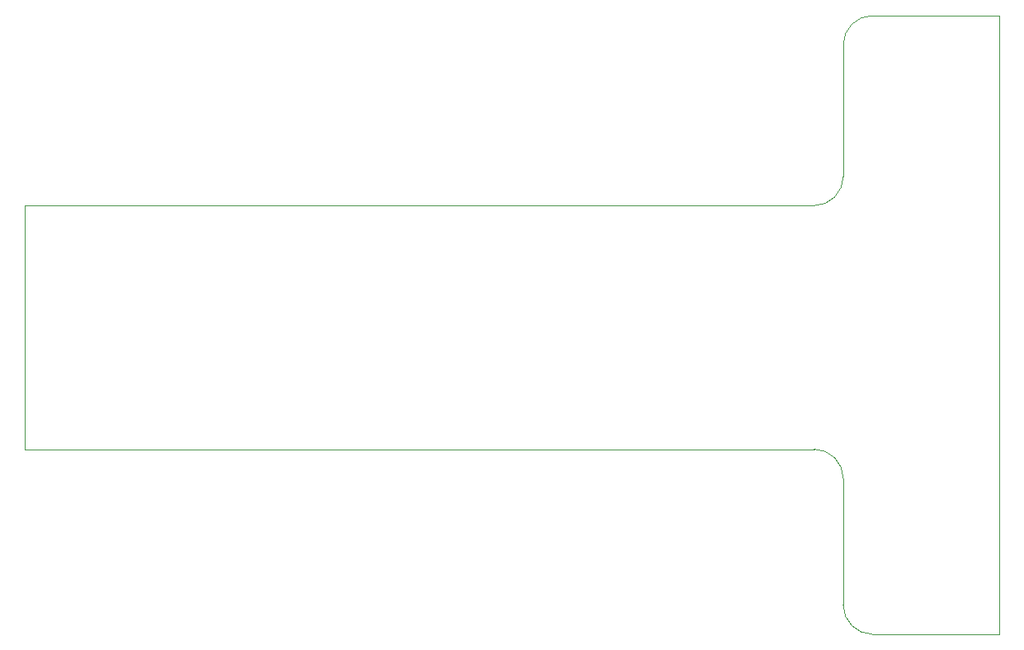
<source format=gm1>
%TF.GenerationSoftware,KiCad,Pcbnew,5.1.6-c6e7f7d~86~ubuntu18.04.1*%
%TF.CreationDate,2020-05-18T00:48:30-07:00*%
%TF.ProjectId,kbdflex,6b626466-6c65-4782-9e6b-696361645f70,rev?*%
%TF.SameCoordinates,Original*%
%TF.FileFunction,Profile,NP*%
%FSLAX46Y46*%
G04 Gerber Fmt 4.6, Leading zero omitted, Abs format (unit mm)*
G04 Created by KiCad (PCBNEW 5.1.6-c6e7f7d~86~ubuntu18.04.1) date 2020-05-18 00:48:30*
%MOMM*%
%LPD*%
G01*
G04 APERTURE LIST*
%TA.AperFunction,Profile*%
%ADD10C,0.050000*%
%TD*%
G04 APERTURE END LIST*
D10*
X134000000Y-33500000D02*
G75*
G02*
X137000000Y-30500000I3000000J0D01*
G01*
X134000000Y-47000000D02*
G75*
G02*
X131000000Y-50000000I-3000000J0D01*
G01*
X137000000Y-94000000D02*
G75*
G02*
X134000000Y-91000000I0J3000000D01*
G01*
X131000000Y-75000000D02*
G75*
G02*
X134000000Y-78000000I0J-3000000D01*
G01*
X131000000Y-50000000D02*
X50000000Y-50000000D01*
X134000000Y-33500000D02*
X134000000Y-47000000D01*
X150000000Y-30500000D02*
X137000000Y-30500000D01*
X150000000Y-94000000D02*
X150000000Y-30500000D01*
X137000000Y-94000000D02*
X150000000Y-94000000D01*
X134000000Y-78000000D02*
X134000000Y-91000000D01*
X50000000Y-75000000D02*
X131000000Y-75000000D01*
X50000000Y-50000000D02*
X50000000Y-75000000D01*
M02*

</source>
